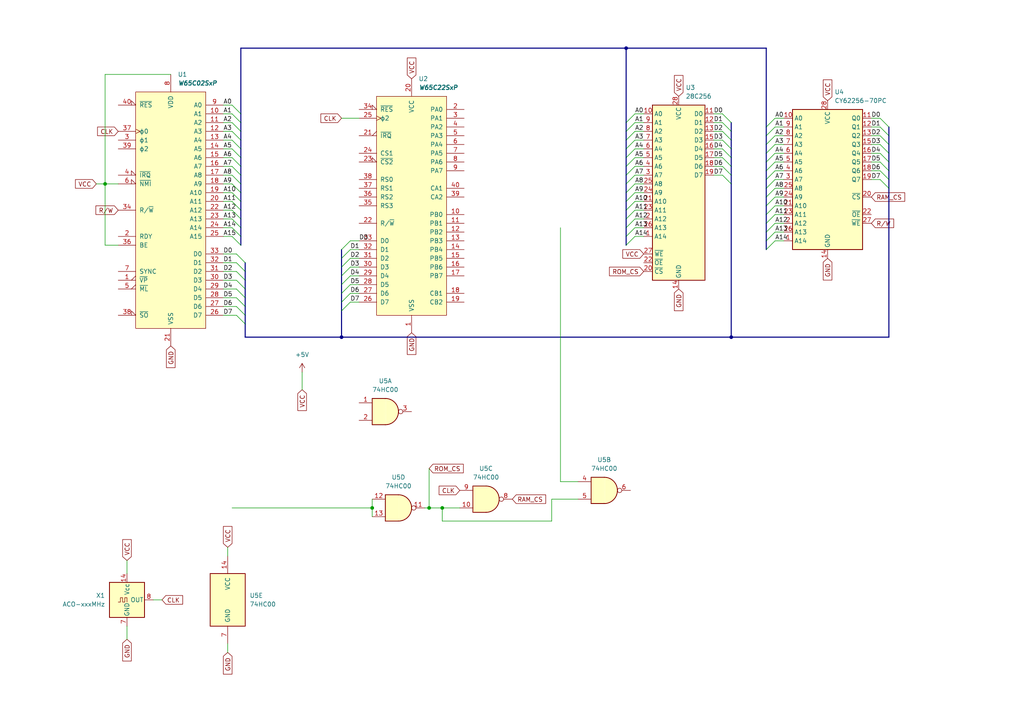
<source format=kicad_sch>
(kicad_sch (version 20211123) (generator eeschema)
  (paper "A4")
  (lib_symbols
    (symbol "65xx:W65C02SxP" (pin_names (offset 1.016))
      (property "Reference" "U" (at -10.16 35.56 0))
      (property "Value" "W65C02SxP" (at 0 0 90))
      (symbol "W65C02SxP_0_1"
        (rectangle (start -10.16 34.29) (end 10.16 -34.29) (fill (type background)))
      )
      (symbol "W65C02SxP_1_1"
        (pin output output_low (at -15.24 -20.32 0) (length 5.08) (name "~{VP}") (number "1"))
        (pin tri_state line (at 15.24 27.94 180) (length 5.08) (name "A1") (number "10"))
        (pin tri_state line (at 15.24 25.4 180) (length 5.08) (name "A2") (number "11"))
        (pin tri_state line (at 15.24 22.86 180) (length 5.08) (name "A3") (number "12"))
        (pin tri_state line (at 15.24 20.32 180) (length 5.08) (name "A4") (number "13"))
        (pin tri_state line (at 15.24 17.78 180) (length 5.08) (name "A5") (number "14"))
        (pin tri_state line (at 15.24 15.24 180) (length 5.08) (name "A6") (number "15"))
        (pin tri_state line (at 15.24 12.7 180) (length 5.08) (name "A7") (number "16"))
        (pin tri_state line (at 15.24 10.16 180) (length 5.08) (name "A8") (number "17"))
        (pin tri_state line (at 15.24 7.62 180) (length 5.08) (name "A9") (number "18"))
        (pin tri_state line (at 15.24 5.08 180) (length 5.08) (name "A10") (number "19"))
        (pin open_collector line (at -15.24 -7.62 0) (length 5.08) (name "RDY") (number "2"))
        (pin tri_state line (at 15.24 2.54 180) (length 5.08) (name "A11") (number "20"))
        (pin power_in line (at 0 -39.37 90) (length 5.08) (name "VSS") (number "21"))
        (pin tri_state line (at 15.24 0 180) (length 5.08) (name "A12") (number "22"))
        (pin tri_state line (at 15.24 -2.54 180) (length 5.08) (name "A13") (number "23"))
        (pin tri_state line (at 15.24 -5.08 180) (length 5.08) (name "A14") (number "24"))
        (pin tri_state line (at 15.24 -7.62 180) (length 5.08) (name "A15") (number "25"))
        (pin bidirectional line (at 15.24 -30.48 180) (length 5.08) (name "D7") (number "26"))
        (pin bidirectional line (at 15.24 -27.94 180) (length 5.08) (name "D6") (number "27"))
        (pin bidirectional line (at 15.24 -25.4 180) (length 5.08) (name "D5") (number "28"))
        (pin bidirectional line (at 15.24 -22.86 180) (length 5.08) (name "D4") (number "29"))
        (pin output line (at -15.24 20.32 0) (length 5.08) (name "ϕ1") (number "3"))
        (pin bidirectional line (at 15.24 -20.32 180) (length 5.08) (name "D3") (number "30"))
        (pin bidirectional line (at 15.24 -17.78 180) (length 5.08) (name "D2") (number "31"))
        (pin bidirectional line (at 15.24 -15.24 180) (length 5.08) (name "D1") (number "32"))
        (pin bidirectional line (at 15.24 -12.7 180) (length 5.08) (name "D0") (number "33"))
        (pin tri_state line (at -15.24 0 0) (length 5.08) (name "R/~{W}") (number "34"))
        (pin no_connect non_logic (at -10.16 -27.94 0) (length 2.54) hide (name "nc") (number "35"))
        (pin input line (at -15.24 -10.16 0) (length 5.08) (name "BE") (number "36"))
        (pin input clock (at -15.24 22.86 0) (length 5.08) (name "ϕ0") (number "37"))
        (pin input input_low (at -15.24 -30.48 0) (length 5.08) (name "~{SO}") (number "38"))
        (pin output line (at -15.24 17.78 0) (length 5.08) (name "ϕ2") (number "39"))
        (pin input input_low (at -15.24 10.16 0) (length 5.08) (name "~{IRQ}") (number "4"))
        (pin input input_low (at -15.24 30.48 0) (length 5.08) (name "~{RES}") (number "40"))
        (pin output output_low (at -15.24 -22.86 0) (length 5.08) (name "~{ML}") (number "5"))
        (pin input input_low (at -15.24 7.62 0) (length 5.08) (name "~{NMI}") (number "6"))
        (pin output line (at -15.24 -17.78 0) (length 5.08) (name "SYNC") (number "7"))
        (pin power_in line (at 0 39.37 270) (length 5.08) (name "VDD") (number "8"))
        (pin tri_state line (at 15.24 30.48 180) (length 5.08) (name "A0") (number "9"))
      )
    )
    (symbol "65xx:W65C22SxP" (pin_names (offset 1.016))
      (property "Reference" "U" (at -10.16 33.02 0))
      (property "Value" "W65C22SxP" (at 0 0 90))
      (symbol "W65C22SxP_0_1"
        (rectangle (start -10.16 31.75) (end 10.16 -31.75) (fill (type background)))
      )
      (symbol "W65C22SxP_1_1"
        (pin power_in line (at 0 -36.83 90) (length 5.08) (name "VSS") (number "1"))
        (pin bidirectional line (at 15.24 -2.54 180) (length 5.08) (name "PB0") (number "10"))
        (pin bidirectional line (at 15.24 -5.08 180) (length 5.08) (name "PB1") (number "11"))
        (pin bidirectional line (at 15.24 -7.62 180) (length 5.08) (name "PB2") (number "12"))
        (pin bidirectional line (at 15.24 -10.16 180) (length 5.08) (name "PB3") (number "13"))
        (pin bidirectional line (at 15.24 -12.7 180) (length 5.08) (name "PB4") (number "14"))
        (pin bidirectional line (at 15.24 -15.24 180) (length 5.08) (name "PB5") (number "15"))
        (pin bidirectional line (at 15.24 -17.78 180) (length 5.08) (name "PB6") (number "16"))
        (pin bidirectional line (at 15.24 -20.32 180) (length 5.08) (name "PB7") (number "17"))
        (pin input line (at 15.24 -25.4 180) (length 5.08) (name "CB1") (number "18"))
        (pin bidirectional line (at 15.24 -27.94 180) (length 5.08) (name "CB2") (number "19"))
        (pin bidirectional line (at 15.24 27.94 180) (length 5.08) (name "PA0") (number "2"))
        (pin power_in line (at 0 36.83 270) (length 5.08) (name "VCC") (number "20"))
        (pin output output_low (at -15.24 20.32 0) (length 5.08) (name "~{IRQ}") (number "21"))
        (pin input line (at -15.24 -5.08 0) (length 5.08) (name "R/~{W}") (number "22"))
        (pin input input_low (at -15.24 12.7 0) (length 5.08) (name "~{CS2}") (number "23"))
        (pin input line (at -15.24 15.24 0) (length 5.08) (name "CS1") (number "24"))
        (pin input clock (at -15.24 25.4 0) (length 5.08) (name "ϕ2") (number "25"))
        (pin bidirectional line (at -15.24 -27.94 0) (length 5.08) (name "D7") (number "26"))
        (pin bidirectional line (at -15.24 -25.4 0) (length 5.08) (name "D6") (number "27"))
        (pin bidirectional line (at -15.24 -22.86 0) (length 5.08) (name "D5") (number "28"))
        (pin bidirectional line (at -15.24 -20.32 0) (length 5.08) (name "D4") (number "29"))
        (pin bidirectional line (at 15.24 25.4 180) (length 5.08) (name "PA1") (number "3"))
        (pin bidirectional line (at -15.24 -17.78 0) (length 5.08) (name "D3") (number "30"))
        (pin bidirectional line (at -15.24 -15.24 0) (length 5.08) (name "D2") (number "31"))
        (pin bidirectional line (at -15.24 -12.7 0) (length 5.08) (name "D1") (number "32"))
        (pin bidirectional line (at -15.24 -10.16 0) (length 5.08) (name "D0") (number "33"))
        (pin input input_low (at -15.24 27.94 0) (length 5.08) (name "~{RES}") (number "34"))
        (pin input line (at -15.24 0 0) (length 5.08) (name "RS3") (number "35"))
        (pin input line (at -15.24 2.54 0) (length 5.08) (name "RS2") (number "36"))
        (pin input line (at -15.24 5.08 0) (length 5.08) (name "RS1") (number "37"))
        (pin input line (at -15.24 7.62 0) (length 5.08) (name "RS0") (number "38"))
        (pin bidirectional line (at 15.24 2.54 180) (length 5.08) (name "CA2") (number "39"))
        (pin bidirectional line (at 15.24 22.86 180) (length 5.08) (name "PA2") (number "4"))
        (pin input line (at 15.24 5.08 180) (length 5.08) (name "CA1") (number "40"))
        (pin bidirectional line (at 15.24 20.32 180) (length 5.08) (name "PA3") (number "5"))
        (pin bidirectional line (at 15.24 17.78 180) (length 5.08) (name "PA4") (number "6"))
        (pin bidirectional line (at 15.24 15.24 180) (length 5.08) (name "PA5") (number "7"))
        (pin bidirectional line (at 15.24 12.7 180) (length 5.08) (name "PA6") (number "8"))
        (pin bidirectional line (at 15.24 10.16 180) (length 5.08) (name "PA7") (number "9"))
      )
    )
    (symbol "74xx:74HC00" (pin_names (offset 1.016))
      (property "Reference" "U" (at 0 1.27 0))
      (property "Value" "74HC00" (at 0 -1.27 0))
      (symbol "74HC00_1_1"
        (arc (start 0 -3.81) (mid 3.81 0) (end 0 3.81) (stroke (width 0.254)) (fill (type background)))
        (polyline (pts (xy 0 3.81) (xy -3.81 3.81) (xy -3.81 -3.81) (xy 0 -3.81)) (stroke (width 0.254)) (fill (type background)))
        (pin input line (at -7.62 2.54 0) (length 3.81) (name "~") (number "1"))
        (pin input line (at -7.62 -2.54 0) (length 3.81) (name "~") (number "2"))
        (pin output inverted (at 7.62 0 180) (length 3.81) (name "~") (number "3"))
      )
      (symbol "74HC00_1_2"
        (arc (start -3.81 -3.81) (mid -2.589 0) (end -3.81 3.81) (stroke (width 0.254)))
        (arc (start -0.6096 -3.81) (mid 2.1855 -2.584) (end 3.81 0) (stroke (width 0.254)) (fill (type background)))
        (polyline (pts (xy -3.81 -3.81) (xy -0.635 -3.81)) (stroke (width 0.254)) (fill (type background)))
        (polyline (pts (xy -3.81 3.81) (xy -0.635 3.81)) (stroke (width 0.254)) (fill (type background)))
        (polyline (pts (xy -0.635 3.81) (xy -3.81 3.81) (xy -3.81 3.81) (xy -3.556 3.4036) (xy -3.0226 2.2606) (xy -2.6924 1.0414) (xy -2.6162 -0.254) (xy -2.7686 -1.4986) (xy -3.175 -2.7178) (xy -3.81 -3.81) (xy -3.81 -3.81) (xy -0.635 -3.81)) (stroke (width -25.4)) (fill (type background)))
        (arc (start 3.81 0) (mid 2.1928 2.5925) (end -0.6096 3.81) (stroke (width 0.254)) (fill (type background)))
        (pin input inverted (at -7.62 2.54 0) (length 4.318) (name "~") (number "1"))
        (pin input inverted (at -7.62 -2.54 0) (length 4.318) (name "~") (number "2"))
        (pin output line (at 7.62 0 180) (length 3.81) (name "~") (number "3"))
      )
      (symbol "74HC00_2_1"
        (arc (start 0 -3.81) (mid 3.81 0) (end 0 3.81) (stroke (width 0.254)) (fill (type background)))
        (polyline (pts (xy 0 3.81) (xy -3.81 3.81) (xy -3.81 -3.81) (xy 0 -3.81)) (stroke (width 0.254)) (fill (type background)))
        (pin input line (at -7.62 2.54 0) (length 3.81) (name "~") (number "4"))
        (pin input line (at -7.62 -2.54 0) (length 3.81) (name "~") (number "5"))
        (pin output inverted (at 7.62 0 180) (length 3.81) (name "~") (number "6"))
      )
      (symbol "74HC00_2_2"
        (arc (start -3.81 -3.81) (mid -2.589 0) (end -3.81 3.81) (stroke (width 0.254)))
        (arc (start -0.6096 -3.81) (mid 2.1855 -2.584) (end 3.81 0) (stroke (width 0.254)) (fill (type background)))
        (polyline (pts (xy -3.81 -3.81) (xy -0.635 -3.81)) (stroke (width 0.254)) (fill (type background)))
        (polyline (pts (xy -3.81 3.81) (xy -0.635 3.81)) (stroke (width 0.254)) (fill (type background)))
        (polyline (pts (xy -0.635 3.81) (xy -3.81 3.81) (xy -3.81 3.81) (xy -3.556 3.4036) (xy -3.0226 2.2606) (xy -2.6924 1.0414) (xy -2.6162 -0.254) (xy -2.7686 -1.4986) (xy -3.175 -2.7178) (xy -3.81 -3.81) (xy -3.81 -3.81) (xy -0.635 -3.81)) (stroke (width -25.4)) (fill (type background)))
        (arc (start 3.81 0) (mid 2.1928 2.5925) (end -0.6096 3.81) (stroke (width 0.254)) (fill (type background)))
        (pin input inverted (at -7.62 2.54 0) (length 4.318) (name "~") (number "4"))
        (pin input inverted (at -7.62 -2.54 0) (length 4.318) (name "~") (number "5"))
        (pin output line (at 7.62 0 180) (length 3.81) (name "~") (number "6"))
      )
      (symbol "74HC00_3_1"
        (arc (start 0 -3.81) (mid 3.81 0) (end 0 3.81) (stroke (width 0.254)) (fill (type background)))
        (polyline (pts (xy 0 3.81) (xy -3.81 3.81) (xy -3.81 -3.81) (xy 0 -3.81)) (stroke (width 0.254)) (fill (type background)))
        (pin input line (at -7.62 -2.54 0) (length 3.81) (name "~") (number "10"))
        (pin output inverted (at 7.62 0 180) (length 3.81) (name "~") (number "8"))
        (pin input line (at -7.62 2.54 0) (length 3.81) (name "~") (number "9"))
      )
      (symbol "74HC00_3_2"
        (arc (start -3.81 -3.81) (mid -2.589 0) (end -3.81 3.81) (stroke (width 0.254)))
        (arc (start -0.6096 -3.81) (mid 2.1855 -2.584) (end 3.81 0) (stroke (width 0.254)) (fill (type background)))
        (polyline (pts (xy -3.81 -3.81) (xy -0.635 -3.81)) (stroke (width 0.254)) (fill (type background)))
        (polyline (pts (xy -3.81 3.81) (xy -0.635 3.81)) (stroke (width 0.254)) (fill (type background)))
        (polyline (pts (xy -0.635 3.81) (xy -3.81 3.81) (xy -3.81 3.81) (xy -3.556 3.4036) (xy -3.0226 2.2606) (xy -2.6924 1.0414) (xy -2.6162 -0.254) (xy -2.7686 -1.4986) (xy -3.175 -2.7178) (xy -3.81 -3.81) (xy -3.81 -3.81) (xy -0.635 -3.81)) (stroke (width -25.4)) (fill (type background)))
        (arc (start 3.81 0) (mid 2.1928 2.5925) (end -0.6096 3.81) (stroke (width 0.254)) (fill (type background)))
        (pin input inverted (at -7.62 -2.54 0) (length 4.318) (name "~") (number "10"))
        (pin output line (at 7.62 0 180) (length 3.81) (name "~") (number "8"))
        (pin input inverted (at -7.62 2.54 0) (length 4.318) (name "~") (number "9"))
      )
      (symbol "74HC00_4_1"
        (arc (start 0 -3.81) (mid 3.81 0) (end 0 3.81) (stroke (width 0.254)) (fill (type background)))
        (polyline (pts (xy 0 3.81) (xy -3.81 3.81) (xy -3.81 -3.81) (xy 0 -3.81)) (stroke (width 0.254)) (fill (type background)))
        (pin output inverted (at 7.62 0 180) (length 3.81) (name "~") (number "11"))
        (pin input line (at -7.62 2.54 0) (length 3.81) (name "~") (number "12"))
        (pin input line (at -7.62 -2.54 0) (length 3.81) (name "~") (number "13"))
      )
      (symbol "74HC00_4_2"
        (arc (start -3.81 -3.81) (mid -2.589 0) (end -3.81 3.81) (stroke (width 0.254)))
        (arc (start -0.6096 -3.81) (mid 2.1855 -2.584) (end 3.81 0) (stroke (width 0.254)) (fill (type background)))
        (polyline (pts (xy -3.81 -3.81) (xy -0.635 -3.81)) (stroke (width 0.254)) (fill (type background)))
        (polyline (pts (xy -3.81 3.81) (xy -0.635 3.81)) (stroke (width 0.254)) (fill (type background)))
        (polyline (pts (xy -0.635 3.81) (xy -3.81 3.81) (xy -3.81 3.81) (xy -3.556 3.4036) (xy -3.0226 2.2606) (xy -2.6924 1.0414) (xy -2.6162 -0.254) (xy -2.7686 -1.4986) (xy -3.175 -2.7178) (xy -3.81 -3.81) (xy -3.81 -3.81) (xy -0.635 -3.81)) (stroke (width -25.4)) (fill (type background)))
        (arc (start 3.81 0) (mid 2.1928 2.5925) (end -0.6096 3.81) (stroke (width 0.254)) (fill (type background)))
        (pin output line (at 7.62 0 180) (length 3.81) (name "~") (number "11"))
        (pin input inverted (at -7.62 2.54 0) (length 4.318) (name "~") (number "12"))
        (pin input inverted (at -7.62 -2.54 0) (length 4.318) (name "~") (number "13"))
      )
      (symbol "74HC00_5_0"
        (pin power_in line (at 0 12.7 270) (length 5.08) (name "VCC") (number "14"))
        (pin power_in line (at 0 -12.7 90) (length 5.08) (name "GND") (number "7"))
      )
      (symbol "74HC00_5_1"
        (rectangle (start -5.08 7.62) (end 5.08 -7.62) (stroke (width 0.254)) (fill (type background)))
      )
    )
    (symbol "Memory_EEPROM:28C256"
      (property "Reference" "U" (at -7.62 26.67 0))
      (property "Value" "28C256" (at 2.54 -26.67 0))
      (symbol "28C256_1_1"
        (rectangle (start -7.62 25.4) (end 7.62 -25.4) (stroke (width 0.254)) (fill (type background)))
        (pin input line (at -10.16 -12.7 0) (length 2.54) (name "A14") (number "1"))
        (pin input line (at -10.16 22.86 0) (length 2.54) (name "A0") (number "10"))
        (pin tri_state line (at 10.16 22.86 180) (length 2.54) (name "D0") (number "11"))
        (pin tri_state line (at 10.16 20.32 180) (length 2.54) (name "D1") (number "12"))
        (pin tri_state line (at 10.16 17.78 180) (length 2.54) (name "D2") (number "13"))
        (pin power_in line (at 0 -27.94 90) (length 2.54) (name "GND") (number "14"))
        (pin tri_state line (at 10.16 15.24 180) (length 2.54) (name "D3") (number "15"))
        (pin tri_state line (at 10.16 12.7 180) (length 2.54) (name "D4") (number "16"))
        (pin tri_state line (at 10.16 10.16 180) (length 2.54) (name "D5") (number "17"))
        (pin tri_state line (at 10.16 7.62 180) (length 2.54) (name "D6") (number "18"))
        (pin tri_state line (at 10.16 5.08 180) (length 2.54) (name "D7") (number "19"))
        (pin input line (at -10.16 -7.62 0) (length 2.54) (name "A12") (number "2"))
        (pin input line (at -10.16 -22.86 0) (length 2.54) (name "~{CS}") (number "20"))
        (pin input line (at -10.16 -2.54 0) (length 2.54) (name "A10") (number "21"))
        (pin input line (at -10.16 -20.32 0) (length 2.54) (name "~{OE}") (number "22"))
        (pin input line (at -10.16 -5.08 0) (length 2.54) (name "A11") (number "23"))
        (pin input line (at -10.16 0 0) (length 2.54) (name "A9") (number "24"))
        (pin input line (at -10.16 2.54 0) (length 2.54) (name "A8") (number "25"))
        (pin input line (at -10.16 -10.16 0) (length 2.54) (name "A13") (number "26"))
        (pin input line (at -10.16 -17.78 0) (length 2.54) (name "~{WE}") (number "27"))
        (pin power_in line (at 0 27.94 270) (length 2.54) (name "VCC") (number "28"))
        (pin input line (at -10.16 5.08 0) (length 2.54) (name "A7") (number "3"))
        (pin input line (at -10.16 7.62 0) (length 2.54) (name "A6") (number "4"))
        (pin input line (at -10.16 10.16 0) (length 2.54) (name "A5") (number "5"))
        (pin input line (at -10.16 12.7 0) (length 2.54) (name "A4") (number "6"))
        (pin input line (at -10.16 15.24 0) (length 2.54) (name "A3") (number "7"))
        (pin input line (at -10.16 17.78 0) (length 2.54) (name "A2") (number "8"))
        (pin input line (at -10.16 20.32 0) (length 2.54) (name "A1") (number "9"))
      )
    )
    (symbol "Memory_RAM:CY62256-70PC"
      (property "Reference" "U" (at -10.16 20.955 0))
      (property "Value" "CY62256-70PC" (at 2.54 20.955 0))
      (symbol "CY62256-70PC_0_0"
        (pin power_in line (at 0 -22.86 90) (length 2.54) (name "GND") (number "14"))
        (pin power_in line (at 0 22.86 270) (length 2.54) (name "VCC") (number "28"))
      )
      (symbol "CY62256-70PC_0_1"
        (rectangle (start -10.16 20.32) (end 10.16 -20.32) (stroke (width 0.254)) (fill (type background)))
      )
      (symbol "CY62256-70PC_1_1"
        (pin input line (at -12.7 -17.78 0) (length 2.54) (name "A14") (number "1"))
        (pin input line (at -12.7 17.78 0) (length 2.54) (name "A0") (number "10"))
        (pin tri_state line (at 12.7 17.78 180) (length 2.54) (name "Q0") (number "11"))
        (pin tri_state line (at 12.7 15.24 180) (length 2.54) (name "Q1") (number "12"))
        (pin tri_state line (at 12.7 12.7 180) (length 2.54) (name "Q2") (number "13"))
        (pin tri_state line (at 12.7 10.16 180) (length 2.54) (name "Q3") (number "15"))
        (pin tri_state line (at 12.7 7.62 180) (length 2.54) (name "Q4") (number "16"))
        (pin tri_state line (at 12.7 5.08 180) (length 2.54) (name "Q5") (number "17"))
        (pin tri_state line (at 12.7 2.54 180) (length 2.54) (name "Q6") (number "18"))
        (pin tri_state line (at 12.7 0 180) (length 2.54) (name "Q7") (number "19"))
        (pin input line (at -12.7 -12.7 0) (length 2.54) (name "A12") (number "2"))
        (pin input line (at 12.7 -5.08 180) (length 2.54) (name "~{CS}") (number "20"))
        (pin input line (at -12.7 -7.62 0) (length 2.54) (name "A10") (number "21"))
        (pin input line (at 12.7 -10.16 180) (length 2.54) (name "~{OE}") (number "22"))
        (pin input line (at -12.7 -10.16 0) (length 2.54) (name "A11") (number "23"))
        (pin input line (at -12.7 -5.08 0) (length 2.54) (name "A9") (number "24"))
        (pin input line (at -12.7 -2.54 0) (length 2.54) (name "A8") (number "25"))
        (pin input line (at -12.7 -15.24 0) (length 2.54) (name "A13") (number "26"))
        (pin input line (at 12.7 -12.7 180) (length 2.54) (name "~{WE}") (number "27"))
        (pin input line (at -12.7 0 0) (length 2.54) (name "A7") (number "3"))
        (pin input line (at -12.7 2.54 0) (length 2.54) (name "A6") (number "4"))
        (pin input line (at -12.7 5.08 0) (length 2.54) (name "A5") (number "5"))
        (pin input line (at -12.7 7.62 0) (length 2.54) (name "A4") (number "6"))
        (pin input line (at -12.7 10.16 0) (length 2.54) (name "A3") (number "7"))
        (pin input line (at -12.7 12.7 0) (length 2.54) (name "A2") (number "8"))
        (pin input line (at -12.7 15.24 0) (length 2.54) (name "A1") (number "9"))
      )
    )
    (symbol "Oscillator:ACO-xxxMHz" (pin_names (offset 0.254))
      (property "Reference" "X" (at -5.08 6.35 0))
      (property "Value" "ACO-xxxMHz" (at 1.27 -6.35 0))
      (symbol "ACO-xxxMHz_0_1"
        (rectangle (start -5.08 5.08) (end 5.08 -5.08) (stroke (width 0.254)) (fill (type background)))
        (polyline (pts (xy -2.54 -0.635) (xy -1.905 -0.635) (xy -1.905 0.635) (xy -1.27 0.635) (xy -1.27 -0.635) (xy -0.635 -0.635) (xy -0.635 0.635) (xy 0 0.635) (xy 0 -0.635)))
      )
      (symbol "ACO-xxxMHz_1_1"
        (pin no_connect line (at -7.62 0 0) (length 2.54) hide (name "NC") (number "1"))
        (pin power_in line (at 0 7.62 270) (length 2.54) (name "Vcc") (number "14"))
        (pin power_in line (at 0 -7.62 90) (length 2.54) (name "GND") (number "7"))
        (pin output line (at 7.62 0 180) (length 2.54) (name "OUT") (number "8"))
      )
    )
    (symbol "power:+5V" (power) (pin_names (offset 0))
      (property "Value" "+5V" (at 0 3.556 0))
      (symbol "+5V_0_1"
        (polyline (pts (xy -0.762 1.27) (xy 0 2.54)))
        (polyline (pts (xy 0 0) (xy 0 2.54)))
        (polyline (pts (xy 0 2.54) (xy 0.762 1.27)))
      )
      (symbol "+5V_1_1"
        (pin power_in line (at 0 0 90) (length 0) hide (name "+5V") (number "1"))
      )
    )
  )
  (junction (at 30.48 53.34))
  (junction (at 181.61 13.97))
  (junction (at 124.46 147.32))
  (junction (at 128.27 147.32))
  (junction (at 212.09 97.79))
  (junction (at 99.06 97.79))
  (junction (at 107.95 147.32))
  (bus_entry (at 224.79 54.61) (size -2.54 2.54))
  (bus_entry (at 224.79 57.15) (size -2.54 2.54))
  (bus_entry (at 224.79 69.85) (size -2.54 2.54))
  (bus_entry (at 224.79 59.69) (size -2.54 2.54))
  (bus_entry (at 224.79 62.23) (size -2.54 2.54))
  (bus_entry (at 224.79 64.77) (size -2.54 2.54))
  (bus_entry (at 224.79 67.31) (size -2.54 2.54))
  (bus_entry (at 224.79 49.53) (size -2.54 2.54))
  (bus_entry (at 224.79 52.07) (size -2.54 2.54))
  (bus_entry (at 224.79 39.37) (size -2.54 2.54))
  (bus_entry (at 224.79 41.91) (size -2.54 2.54))
  (bus_entry (at 224.79 34.29) (size -2.54 2.54))
  (bus_entry (at 224.79 36.83) (size -2.54 2.54))
  (bus_entry (at 224.79 44.45) (size -2.54 2.54))
  (bus_entry (at 224.79 46.99) (size -2.54 2.54))
  (bus_entry (at 184.15 38.1) (size -2.54 2.54))
  (bus_entry (at 184.15 43.18) (size -2.54 2.54))
  (bus_entry (at 184.15 45.72) (size -2.54 2.54))
  (bus_entry (at 184.15 40.64) (size -2.54 2.54))
  (bus_entry (at 67.31 45.72) (size 2.54 2.54))
  (bus_entry (at 67.31 48.26) (size 2.54 2.54))
  (bus_entry (at 67.31 30.48) (size 2.54 2.54))
  (bus_entry (at 67.31 33.02) (size 2.54 2.54))
  (bus_entry (at 67.31 35.56) (size 2.54 2.54))
  (bus_entry (at 67.31 38.1) (size 2.54 2.54))
  (bus_entry (at 67.31 40.64) (size 2.54 2.54))
  (bus_entry (at 67.31 43.18) (size 2.54 2.54))
  (bus_entry (at 67.31 50.8) (size 2.54 2.54))
  (bus_entry (at 67.31 53.34) (size 2.54 2.54))
  (bus_entry (at 67.31 55.88) (size 2.54 2.54))
  (bus_entry (at 67.31 66.04) (size 2.54 2.54))
  (bus_entry (at 67.31 68.58) (size 2.54 2.54))
  (bus_entry (at 67.31 63.5) (size 2.54 2.54))
  (bus_entry (at 67.31 58.42) (size 2.54 2.54))
  (bus_entry (at 67.31 60.96) (size 2.54 2.54))
  (bus_entry (at 209.55 33.02) (size 2.54 2.54))
  (bus_entry (at 209.55 35.56) (size 2.54 2.54))
  (bus_entry (at 255.27 36.83) (size 2.54 2.54))
  (bus_entry (at 255.27 39.37) (size 2.54 2.54))
  (bus_entry (at 255.27 41.91) (size 2.54 2.54))
  (bus_entry (at 255.27 44.45) (size 2.54 2.54))
  (bus_entry (at 255.27 46.99) (size 2.54 2.54))
  (bus_entry (at 255.27 34.29) (size 2.54 2.54))
  (bus_entry (at 255.27 49.53) (size 2.54 2.54))
  (bus_entry (at 255.27 52.07) (size 2.54 2.54))
  (bus_entry (at 209.55 43.18) (size 2.54 2.54))
  (bus_entry (at 209.55 45.72) (size 2.54 2.54))
  (bus_entry (at 209.55 38.1) (size 2.54 2.54))
  (bus_entry (at 209.55 40.64) (size 2.54 2.54))
  (bus_entry (at 209.55 48.26) (size 2.54 2.54))
  (bus_entry (at 209.55 50.8) (size 2.54 2.54))
  (bus_entry (at 101.6 82.55) (size -2.54 2.54))
  (bus_entry (at 101.6 85.09) (size -2.54 2.54))
  (bus_entry (at 101.6 87.63) (size -2.54 2.54))
  (bus_entry (at 68.58 73.66) (size 2.54 2.54))
  (bus_entry (at 68.58 76.2) (size 2.54 2.54))
  (bus_entry (at 68.58 78.74) (size 2.54 2.54))
  (bus_entry (at 68.58 81.28) (size 2.54 2.54))
  (bus_entry (at 68.58 83.82) (size 2.54 2.54))
  (bus_entry (at 68.58 86.36) (size 2.54 2.54))
  (bus_entry (at 68.58 88.9) (size 2.54 2.54))
  (bus_entry (at 68.58 91.44) (size 2.54 2.54))
  (bus_entry (at 101.6 74.93) (size -2.54 2.54))
  (bus_entry (at 101.6 77.47) (size -2.54 2.54))
  (bus_entry (at 101.6 80.01) (size -2.54 2.54))
  (bus_entry (at 101.6 69.85) (size -2.54 2.54))
  (bus_entry (at 101.6 72.39) (size -2.54 2.54))
  (bus_entry (at 184.15 60.96) (size -2.54 2.54))
  (bus_entry (at 184.15 63.5) (size -2.54 2.54))
  (bus_entry (at 184.15 66.04) (size -2.54 2.54))
  (bus_entry (at 184.15 68.58) (size -2.54 2.54))
  (bus_entry (at 184.15 55.88) (size -2.54 2.54))
  (bus_entry (at 184.15 58.42) (size -2.54 2.54))
  (bus_entry (at 184.15 48.26) (size -2.54 2.54))
  (bus_entry (at 184.15 50.8) (size -2.54 2.54))
  (bus_entry (at 184.15 53.34) (size -2.54 2.54))
  (bus_entry (at 184.15 35.56) (size -2.54 2.54))
  (bus_entry (at 184.15 33.02) (size -2.54 2.54))
  (wire (pts (xy 160.02 151.13) (xy 160.02 144.78)))
  (wire (pts (xy 101.6 82.55) (xy 104.14 82.55)))
  (bus (pts (xy 222.25 52.07) (xy 222.25 54.61)))
  (wire (pts (xy 64.77 88.9) (xy 68.58 88.9)))
  (bus (pts (xy 222.25 46.99) (xy 222.25 49.53)))
  (wire (pts (xy 224.79 64.77) (xy 227.33 64.77)))
  (wire (pts (xy 64.77 76.2) (xy 68.58 76.2)))
  (bus (pts (xy 71.12 83.82) (xy 71.12 86.36)))
  (wire (pts (xy 207.01 50.8) (xy 209.55 50.8)))
  (bus (pts (xy 71.12 76.2) (xy 71.12 78.74)))
  (wire (pts (xy 36.83 181.61) (xy 36.83 185.42)))
  (wire (pts (xy 99.06 34.29) (xy 104.14 34.29)))
  (bus (pts (xy 99.06 87.63) (xy 99.06 90.17)))
  (wire (pts (xy 64.77 86.36) (xy 68.58 86.36)))
  (wire (pts (xy 101.6 87.63) (xy 104.14 87.63)))
  (wire (pts (xy 64.77 55.88) (xy 67.31 55.88)))
  (bus (pts (xy 212.09 48.26) (xy 212.09 50.8)))
  (bus (pts (xy 212.09 35.56) (xy 212.09 38.1)))
  (wire (pts (xy 184.15 48.26) (xy 186.69 48.26)))
  (wire (pts (xy 64.77 91.44) (xy 68.58 91.44)))
  (wire (pts (xy 207.01 33.02) (xy 209.55 33.02)))
  (bus (pts (xy 181.61 43.18) (xy 181.61 45.72)))
  (bus (pts (xy 99.06 82.55) (xy 99.06 85.09)))
  (bus (pts (xy 71.12 86.36) (xy 71.12 88.9)))
  (wire (pts (xy 101.6 69.85) (xy 104.14 69.85)))
  (wire (pts (xy 224.79 41.91) (xy 227.33 41.91)))
  (bus (pts (xy 69.85 38.1) (xy 69.85 35.56)))
  (bus (pts (xy 69.85 68.58) (xy 69.85 66.04)))
  (bus (pts (xy 181.61 45.72) (xy 181.61 48.26)))
  (wire (pts (xy 252.73 41.91) (xy 255.27 41.91)))
  (wire (pts (xy 252.73 39.37) (xy 255.27 39.37)))
  (wire (pts (xy 224.79 46.99) (xy 227.33 46.99)))
  (wire (pts (xy 107.95 147.32) (xy 107.95 144.78)))
  (bus (pts (xy 99.06 90.17) (xy 99.06 97.79)))
  (bus (pts (xy 71.12 93.98) (xy 71.12 97.79)))
  (wire (pts (xy 64.77 66.04) (xy 67.31 66.04)))
  (bus (pts (xy 222.25 64.77) (xy 222.25 67.31)))
  (bus (pts (xy 222.25 62.23) (xy 222.25 64.77)))
  (wire (pts (xy 184.15 50.8) (xy 186.69 50.8)))
  (wire (pts (xy 101.6 80.01) (xy 104.14 80.01)))
  (wire (pts (xy 224.79 52.07) (xy 227.33 52.07)))
  (bus (pts (xy 69.85 45.72) (xy 69.85 43.18)))
  (wire (pts (xy 64.77 45.72) (xy 67.31 45.72)))
  (wire (pts (xy 224.79 69.85) (xy 227.33 69.85)))
  (wire (pts (xy 64.77 58.42) (xy 67.31 58.42)))
  (bus (pts (xy 181.61 48.26) (xy 181.61 50.8)))
  (wire (pts (xy 184.15 33.02) (xy 186.69 33.02)))
  (bus (pts (xy 212.09 45.72) (xy 212.09 48.26)))
  (bus (pts (xy 181.61 68.58) (xy 181.61 71.12)))
  (wire (pts (xy 224.79 62.23) (xy 227.33 62.23)))
  (wire (pts (xy 36.83 162.56) (xy 36.83 166.37)))
  (wire (pts (xy 124.46 147.32) (xy 128.27 147.32)))
  (wire (pts (xy 64.77 78.74) (xy 68.58 78.74)))
  (wire (pts (xy 224.79 39.37) (xy 227.33 39.37)))
  (wire (pts (xy 64.77 83.82) (xy 68.58 83.82)))
  (wire (pts (xy 184.15 60.96) (xy 186.69 60.96)))
  (bus (pts (xy 69.85 43.18) (xy 69.85 40.64)))
  (bus (pts (xy 99.06 74.93) (xy 99.06 77.47)))
  (bus (pts (xy 222.25 67.31) (xy 222.25 69.85)))
  (wire (pts (xy 30.48 53.34) (xy 30.48 21.59)))
  (wire (pts (xy 224.79 36.83) (xy 227.33 36.83)))
  (bus (pts (xy 257.81 44.45) (xy 257.81 46.99)))
  (bus (pts (xy 69.85 40.64) (xy 69.85 38.1)))
  (bus (pts (xy 69.85 71.12) (xy 69.85 68.58)))
  (wire (pts (xy 64.77 53.34) (xy 67.31 53.34)))
  (bus (pts (xy 181.61 58.42) (xy 181.61 60.96)))
  (wire (pts (xy 101.6 85.09) (xy 104.14 85.09)))
  (bus (pts (xy 71.12 81.28) (xy 71.12 83.82)))
  (bus (pts (xy 212.09 53.34) (xy 212.09 97.79)))
  (bus (pts (xy 257.81 52.07) (xy 257.81 54.61)))
  (wire (pts (xy 64.77 73.66) (xy 68.58 73.66)))
  (wire (pts (xy 184.15 68.58) (xy 186.69 68.58)))
  (wire (pts (xy 64.77 63.5) (xy 67.31 63.5)))
  (wire (pts (xy 66.04 186.69) (xy 66.04 189.23)))
  (bus (pts (xy 257.81 49.53) (xy 257.81 52.07)))
  (wire (pts (xy 64.77 81.28) (xy 68.58 81.28)))
  (wire (pts (xy 64.77 30.48) (xy 67.31 30.48)))
  (wire (pts (xy 224.79 44.45) (xy 227.33 44.45)))
  (bus (pts (xy 222.25 36.83) (xy 222.25 39.37)))
  (wire (pts (xy 64.77 38.1) (xy 67.31 38.1)))
  (bus (pts (xy 69.85 33.02) (xy 69.85 13.97)))
  (bus (pts (xy 222.25 39.37) (xy 222.25 41.91)))
  (bus (pts (xy 222.25 59.69) (xy 222.25 62.23)))
  (wire (pts (xy 184.15 53.34) (xy 186.69 53.34)))
  (bus (pts (xy 69.85 50.8) (xy 69.85 48.26)))
  (bus (pts (xy 222.25 57.15) (xy 222.25 59.69)))
  (bus (pts (xy 69.85 60.96) (xy 69.85 58.42)))
  (bus (pts (xy 257.81 39.37) (xy 257.81 41.91)))
  (bus (pts (xy 212.09 97.79) (xy 257.81 97.79)))
  (wire (pts (xy 207.01 38.1) (xy 209.55 38.1)))
  (wire (pts (xy 184.15 58.42) (xy 186.69 58.42)))
  (wire (pts (xy 184.15 63.5) (xy 186.69 63.5)))
  (wire (pts (xy 101.6 77.47) (xy 104.14 77.47)))
  (wire (pts (xy 27.94 53.34) (xy 30.48 53.34)))
  (wire (pts (xy 44.45 173.99) (xy 46.99 173.99)))
  (wire (pts (xy 252.73 36.83) (xy 255.27 36.83)))
  (wire (pts (xy 184.15 55.88) (xy 186.69 55.88)))
  (wire (pts (xy 224.79 59.69) (xy 227.33 59.69)))
  (bus (pts (xy 69.85 55.88) (xy 69.85 53.34)))
  (bus (pts (xy 69.85 66.04) (xy 69.85 63.5)))
  (wire (pts (xy 123.19 147.32) (xy 124.46 147.32)))
  (wire (pts (xy 224.79 34.29) (xy 227.33 34.29)))
  (wire (pts (xy 34.29 71.12) (xy 30.48 71.12)))
  (wire (pts (xy 124.46 135.89) (xy 124.46 147.32)))
  (bus (pts (xy 181.61 40.64) (xy 181.61 43.18)))
  (wire (pts (xy 184.15 43.18) (xy 186.69 43.18)))
  (wire (pts (xy 128.27 151.13) (xy 160.02 151.13)))
  (wire (pts (xy 101.6 72.39) (xy 104.14 72.39)))
  (wire (pts (xy 64.77 68.58) (xy 67.31 68.58)))
  (bus (pts (xy 222.25 44.45) (xy 222.25 46.99)))
  (bus (pts (xy 257.81 41.91) (xy 257.81 44.45)))
  (bus (pts (xy 212.09 40.64) (xy 212.09 43.18)))
  (wire (pts (xy 101.6 74.93) (xy 104.14 74.93)))
  (wire (pts (xy 207.01 45.72) (xy 209.55 45.72)))
  (wire (pts (xy 207.01 48.26) (xy 209.55 48.26)))
  (wire (pts (xy 64.77 35.56) (xy 67.31 35.56)))
  (wire (pts (xy 64.77 50.8) (xy 67.31 50.8)))
  (bus (pts (xy 99.06 72.39) (xy 99.06 74.93)))
  (wire (pts (xy 67.31 147.32) (xy 107.95 147.32)))
  (wire (pts (xy 207.01 40.64) (xy 209.55 40.64)))
  (bus (pts (xy 222.25 41.91) (xy 222.25 44.45)))
  (wire (pts (xy 87.63 107.95) (xy 87.63 113.03)))
  (bus (pts (xy 69.85 35.56) (xy 69.85 33.02)))
  (wire (pts (xy 252.73 46.99) (xy 255.27 46.99)))
  (bus (pts (xy 69.85 58.42) (xy 69.85 55.88)))
  (wire (pts (xy 184.15 66.04) (xy 186.69 66.04)))
  (wire (pts (xy 162.56 139.7) (xy 167.64 139.7)))
  (wire (pts (xy 64.77 60.96) (xy 67.31 60.96)))
  (wire (pts (xy 30.48 53.34) (xy 34.29 53.34)))
  (wire (pts (xy 64.77 43.18) (xy 67.31 43.18)))
  (wire (pts (xy 224.79 54.61) (xy 227.33 54.61)))
  (wire (pts (xy 128.27 147.32) (xy 133.35 147.32)))
  (bus (pts (xy 99.06 77.47) (xy 99.06 80.01)))
  (wire (pts (xy 252.73 49.53) (xy 255.27 49.53)))
  (bus (pts (xy 257.81 54.61) (xy 257.81 97.79)))
  (bus (pts (xy 71.12 91.44) (xy 71.12 93.98)))
  (wire (pts (xy 224.79 49.53) (xy 227.33 49.53)))
  (bus (pts (xy 181.61 13.97) (xy 181.61 35.56)))
  (wire (pts (xy 207.01 35.56) (xy 209.55 35.56)))
  (bus (pts (xy 181.61 60.96) (xy 181.61 63.5)))
  (bus (pts (xy 71.12 78.74) (xy 71.12 81.28)))
  (bus (pts (xy 212.09 50.8) (xy 212.09 53.34)))
  (bus (pts (xy 212.09 38.1) (xy 212.09 40.64)))
  (wire (pts (xy 107.95 147.32) (xy 107.95 149.86)))
  (bus (pts (xy 181.61 53.34) (xy 181.61 55.88)))
  (bus (pts (xy 181.61 13.97) (xy 222.25 13.97)))
  (wire (pts (xy 207.01 43.18) (xy 209.55 43.18)))
  (wire (pts (xy 184.15 45.72) (xy 186.69 45.72)))
  (wire (pts (xy 184.15 35.56) (xy 186.69 35.56)))
  (wire (pts (xy 252.73 52.07) (xy 255.27 52.07)))
  (bus (pts (xy 69.85 63.5) (xy 69.85 60.96)))
  (bus (pts (xy 222.25 49.53) (xy 222.25 52.07)))
  (bus (pts (xy 181.61 66.04) (xy 181.61 68.58)))
  (bus (pts (xy 181.61 35.56) (xy 181.61 38.1)))
  (wire (pts (xy 64.77 40.64) (xy 67.31 40.64)))
  (bus (pts (xy 99.06 85.09) (xy 99.06 87.63)))
  (bus (pts (xy 222.25 69.85) (xy 222.25 72.39)))
  (wire (pts (xy 224.79 67.31) (xy 227.33 67.31)))
  (wire (pts (xy 160.02 144.78) (xy 167.64 144.78)))
  (bus (pts (xy 71.12 88.9) (xy 71.12 91.44)))
  (bus (pts (xy 99.06 97.79) (xy 212.09 97.79)))
  (wire (pts (xy 128.27 147.32) (xy 128.27 151.13)))
  (bus (pts (xy 69.85 13.97) (xy 181.61 13.97)))
  (bus (pts (xy 257.81 46.99) (xy 257.81 49.53)))
  (wire (pts (xy 184.15 38.1) (xy 186.69 38.1)))
  (bus (pts (xy 181.61 50.8) (xy 181.61 53.34)))
  (bus (pts (xy 181.61 55.88) (xy 181.61 58.42)))
  (bus (pts (xy 257.81 36.83) (xy 257.81 39.37)))
  (wire (pts (xy 64.77 33.02) (xy 67.31 33.02)))
  (wire (pts (xy 252.73 34.29) (xy 255.27 34.29)))
  (bus (pts (xy 99.06 80.01) (xy 99.06 82.55)))
  (bus (pts (xy 222.25 54.61) (xy 222.25 57.15)))
  (wire (pts (xy 66.04 158.75) (xy 66.04 161.29)))
  (wire (pts (xy 224.79 57.15) (xy 227.33 57.15)))
  (bus (pts (xy 181.61 38.1) (xy 181.61 40.64)))
  (bus (pts (xy 222.25 13.97) (xy 222.25 36.83)))
  (bus (pts (xy 69.85 53.34) (xy 69.85 50.8)))
  (wire (pts (xy 30.48 71.12) (xy 30.48 53.34)))
  (wire (pts (xy 162.56 66.04) (xy 162.56 139.7)))
  (bus (pts (xy 212.09 43.18) (xy 212.09 45.72)))
  (wire (pts (xy 184.15 40.64) (xy 186.69 40.64)))
  (bus (pts (xy 71.12 97.79) (xy 99.06 97.79)))
  (bus (pts (xy 69.85 48.26) (xy 69.85 45.72)))
  (wire (pts (xy 252.73 44.45) (xy 255.27 44.45)))
  (wire (pts (xy 64.77 48.26) (xy 67.31 48.26)))
  (wire (pts (xy 30.48 21.59) (xy 49.53 21.59)))
  (bus (pts (xy 181.61 63.5) (xy 181.61 66.04)))
  (label "A0" (at 184.15 33.02 0))
  (label "A11" (at 224.79 62.23 0))
  (label "A8" (at 64.77 50.8 0))
  (label "D1" (at 64.77 76.2 0))
  (label "A0" (at 224.79 34.29 0))
  (label "A3" (at 184.15 40.64 0))
  (label "D5" (at 101.6 82.55 0))
  (label "A5" (at 184.15 45.72 0))
  (label "D4" (at 252.73 44.45 0))
  (label "A1" (at 184.15 35.56 0))
  (label "D1" (at 207.01 35.56 0))
  (label "D1" (at 252.73 36.83 0))
  (label "D3" (at 252.73 41.91 0))
  (label "D7" (at 64.77 91.44 0))
  (label "A1" (at 224.79 36.83 0))
  (label "A10" (at 184.15 58.42 0))
  (label "D5" (at 207.01 45.72 0))
  (label "A6" (at 184.15 48.26 0))
  (label "A11" (at 64.77 58.42 0))
  (label "D7" (at 101.6 87.63 0))
  (label "A12" (at 184.15 63.5 0))
  (label "D2" (at 207.01 38.1 0))
  (label "A12" (at 64.77 60.96 0))
  (label "A5" (at 64.77 43.18 0))
  (label "D4" (at 101.6 80.01 0))
  (label "A13" (at 224.79 67.31 0))
  (label "A15" (at 64.77 68.58 0))
  (label "A10" (at 224.79 59.69 0))
  (label "A0" (at 64.77 30.48 0))
  (label "A7" (at 184.15 50.8 0))
  (label "A13" (at 64.77 63.5 0))
  (label "D0" (at 252.73 34.29 0))
  (label "A9" (at 184.15 55.88 0))
  (label "D6" (at 64.77 88.9 0))
  (label "D2" (at 64.77 78.74 0))
  (label "D5" (at 64.77 86.36 0))
  (label "D6" (at 101.6 85.09 0))
  (label "A2" (at 64.77 35.56 0))
  (label "A7" (at 64.77 48.26 0))
  (label "A4" (at 224.79 44.45 0))
  (label "A11" (at 184.15 60.96 0))
  (label "A3" (at 224.79 41.91 0))
  (label "A2" (at 184.15 38.1 0))
  (label "A9" (at 224.79 57.15 0))
  (label "A4" (at 64.77 40.64 0))
  (label "A12" (at 224.79 64.77 0))
  (label "D3" (at 207.01 40.64 0))
  (label "A1" (at 64.77 33.02 0))
  (label "D5" (at 252.73 46.99 0))
  (label "A5" (at 224.79 46.99 0))
  (label "D0" (at 207.01 33.02 0))
  (label "A8" (at 184.15 53.34 0))
  (label "A4" (at 184.15 43.18 0))
  (label "A14" (at 184.15 68.58 0))
  (label "D3" (at 101.6 77.47 0))
  (label "A14" (at 224.79 69.85 0))
  (label "D2" (at 101.6 74.93 0))
  (label "A13" (at 184.15 66.04 0))
  (label "A8" (at 224.79 54.61 0))
  (label "D6" (at 207.01 48.26 0))
  (label "D6" (at 252.73 49.53 0))
  (label "A14" (at 64.77 66.04 0))
  (label "A10" (at 64.77 55.88 0))
  (label "A3" (at 64.77 38.1 0))
  (label "D0" (at 64.77 73.66 0))
  (label "A6" (at 64.77 45.72 0))
  (label "D7" (at 207.01 50.8 0))
  (label "D3" (at 64.77 81.28 0))
  (label "D2" (at 252.73 39.37 0))
  (label "D4" (at 207.01 43.18 0))
  (label "D7" (at 252.73 52.07 0))
  (label "D1" (at 101.6 72.39 0))
  (label "A6" (at 224.79 49.53 0))
  (label "D4" (at 64.77 83.82 0))
  (label "A2" (at 224.79 39.37 0))
  (label "A9" (at 64.77 53.34 0))
  (label "D0" (at 104.14 69.85 0))
  (label "A7" (at 224.79 52.07 0))
  (global_label "GND" (shape input) (at 240.03 74.93 270) (property "Intersheet References" "${INTERSHEET_REFS}" (effects hide)))
  (global_label "ROM_CS" (shape input) (at 124.46 135.89 0) (property "Intersheet References" "${INTERSHEET_REFS}" (effects hide)))
  (global_label "R{slash}W" (shape input) (at 34.29 60.96 180) (property "Intersheet References" "${INTERSHEET_REFS}" (effects hide)))
  (global_label "CLK" (shape input) (at 99.06 34.29 180) (property "Intersheet References" "${INTERSHEET_REFS}" (effects hide)))
  (global_label "RAM_CS" (shape input) (at 252.73 57.15 0) (property "Intersheet References" "${INTERSHEET_REFS}" (effects hide)))
  (global_label "VCC" (shape input) (at 66.04 158.75 90) (property "Intersheet References" "${INTERSHEET_REFS}" (effects hide)))
  (global_label "VCC" (shape input) (at 196.85 27.94 90) (property "Intersheet References" "${INTERSHEET_REFS}" (effects hide)))
  (global_label "GND" (shape input) (at 119.38 96.52 270) (property "Intersheet References" "${INTERSHEET_REFS}" (effects hide)))
  (global_label "VCC" (shape input) (at 186.69 73.66 180) (property "Intersheet References" "${INTERSHEET_REFS}" (effects hide)))
  (global_label "GND" (shape input) (at 36.83 185.42 270) (property "Intersheet References" "${INTERSHEET_REFS}" (effects hide)))
  (global_label "GND" (shape input) (at 196.85 83.82 270) (property "Intersheet References" "${INTERSHEET_REFS}" (effects hide)))
  (global_label "R{slash}W" (shape input) (at 252.73 64.77 0) (property "Intersheet References" "${INTERSHEET_REFS}" (effects hide)))
  (global_label "GND" (shape input) (at 49.53 100.33 270) (property "Intersheet References" "${INTERSHEET_REFS}" (effects hide)))
  (global_label "RAM_CS" (shape input) (at 148.59 144.78 0) (property "Intersheet References" "${INTERSHEET_REFS}" (effects hide)))
  (global_label "VCC" (shape input) (at 87.63 113.03 270) (property "Intersheet References" "${INTERSHEET_REFS}" (effects hide)))
  (global_label "CLK" (shape input) (at 133.35 142.24 180) (property "Intersheet References" "${INTERSHEET_REFS}" (effects hide)))
  (global_label "ROM_CS" (shape input) (at 186.69 78.74 180) (property "Intersheet References" "${INTERSHEET_REFS}" (effects hide)))
  (global_label "CLK" (shape input) (at 34.29 38.1 180) (property "Intersheet References" "${INTERSHEET_REFS}" (effects hide)))
  (global_label "CLK" (shape input) (at 46.99 173.99 0) (property "Intersheet References" "${INTERSHEET_REFS}" (effects hide)))
  (global_label "VCC" (shape input) (at 119.38 22.86 90) (property "Intersheet References" "${INTERSHEET_REFS}" (effects hide)))
  (global_label "VCC" (shape input) (at 36.83 162.56 90) (property "Intersheet References" "${INTERSHEET_REFS}" (effects hide)))
  (global_label "VCC" (shape input) (at 240.03 29.21 90) (property "Intersheet References" "${INTERSHEET_REFS}" (effects hide)))
  (global_label "GND" (shape input) (at 66.04 189.23 270) (property "Intersheet References" "${INTERSHEET_REFS}" (effects hide)))
  (global_label "VCC" (shape input) (at 27.94 53.34 180) (property "Intersheet References" "${INTERSHEET_REFS}" (effects hide)))
  (symbol (lib_id "65xx:W65C22SxP") (at 119.38 59.69 0) (unit 1)
    (property "Reference" "U2" (at 121.3994 22.86 0) (effects (justify left)))
    (property "Value" "W65C22SxP" (at 121.3994 25.4 0) (effects (font bold italic) (justify left)))
    (property "Footprint" "Package_DIP:DIP-40_W15.24mm_Socket" (effects hide))
  )
  (symbol (lib_id "Memory_RAM:CY62256-70PC") (at 240.03 52.07 0) (unit 1)
    (property "Reference" "U4" (at 242.0494 26.67 0) (effects (justify left)))
    (property "Value" "CY62256-70PC" (at 242.0494 29.21 0) (effects (justify left)))
    (property "Footprint" "Package_DIP:DIP-28_W15.24mm" (effects hide))
    (property "Datasheet" "https://ecee.colorado.edu/~mcclurel/Cypress_SRAM_CY62256.pdf" (effects hide))
  )
  (symbol (lib_id "Oscillator:ACO-xxxMHz") (at 36.83 173.99 0) (unit 1)
    (property "Reference" "X1" (at 30.48 172.7199 0) (effects (justify right)))
    (property "Value" "ACO-xxxMHz" (at 30.48 175.2599 0) (effects (justify right)))
    (property "Footprint" "Oscillator:Oscillator_DIP-14" (effects hide))
    (property "Datasheet" "http://www.conwin.com/datasheets/cx/cx030.pdf" (effects hide))
  )
  (symbol (lib_id "power:+5V") (at 87.63 107.95 0) (unit 1)
    (property "Reference" "#PWR0101" (effects hide))
    (property "Value" "+5V" (at 87.63 102.87 0))
  )
  (symbol (lib_id "74xx:74HC00") (at 66.04 173.99 0) (unit 5)
    (property "Reference" "U5" (at 72.39 172.7199 0) (effects (justify left)))
    (property "Value" "74HC00" (at 72.39 175.2599 0) (effects (justify left)))
    (property "Footprint" "Package_DIP:DIP-14_W7.62mm_Socket" (effects hide))
    (property "Datasheet" "http://www.ti.com/lit/gpn/sn74hc00" (effects hide))
  )
  (symbol (lib_id "65xx:W65C02SxP") (at 49.53 60.96 0) (unit 1)
    (property "Reference" "U1" (at 51.5494 21.59 0) (effects (justify left)))
    (property "Value" "W65C02SxP" (at 51.5494 24.13 0) (effects (font bold italic) (justify left)))
    (property "Footprint" "Package_DIP:DIP-40_W15.24mm_Socket" (effects hide))
  )
  (symbol (lib_id "74xx:74HC00") (at 111.76 119.38 0) (unit 1)
    (property "Reference" "U5" (at 111.76 110.49 0))
    (property "Value" "74HC00" (at 111.76 113.03 0))
    (property "Footprint" "Package_DIP:DIP-14_W7.62mm_Socket" (effects hide))
    (property "Datasheet" "http://www.ti.com/lit/gpn/sn74hc00" (effects hide))
  )
  (symbol (lib_id "Memory_EEPROM:28C256") (at 196.85 55.88 0) (unit 1)
    (property "Reference" "U3" (at 198.8694 25.4 0) (effects (justify left)))
    (property "Value" "28C256" (at 198.8694 27.94 0) (effects (justify left)))
    (property "Footprint" "Package_DIP:DIP-28_W15.24mm_Socket" (effects hide))
    (property "Datasheet" "http://ww1.microchip.com/downloads/en/DeviceDoc/doc0006.pdf" (effects hide))
  )
  (symbol (lib_id "74xx:74HC00") (at 140.97 144.78 0) (unit 3)
    (property "Reference" "U5" (at 140.97 135.89 0))
    (property "Value" "74HC00" (at 140.97 138.43 0))
    (property "Footprint" "Package_DIP:DIP-14_W7.62mm_Socket" (effects hide))
    (property "Datasheet" "http://www.ti.com/lit/gpn/sn74hc00" (effects hide))
  )
  (symbol (lib_id "74xx:74HC00") (at 175.26 142.24 0) (unit 2)
    (property "Reference" "U5" (at 175.26 133.35 0))
    (property "Value" "74HC00" (at 175.26 135.89 0))
    (property "Footprint" "Package_DIP:DIP-14_W7.62mm_Socket" (effects hide))
    (property "Datasheet" "http://www.ti.com/lit/gpn/sn74hc00" (effects hide))
  )
  (symbol (lib_id "74xx:74HC00") (at 115.57 147.32 0) (unit 4)
    (property "Reference" "U5" (at 115.57 138.43 0))
    (property "Value" "74HC00" (at 115.57 140.97 0))
    (property "Footprint" "Package_DIP:DIP-14_W7.62mm_Socket" (effects hide))
    (property "Datasheet" "http://www.ti.com/lit/gpn/sn74hc00" (effects hide))
  )
)
</source>
